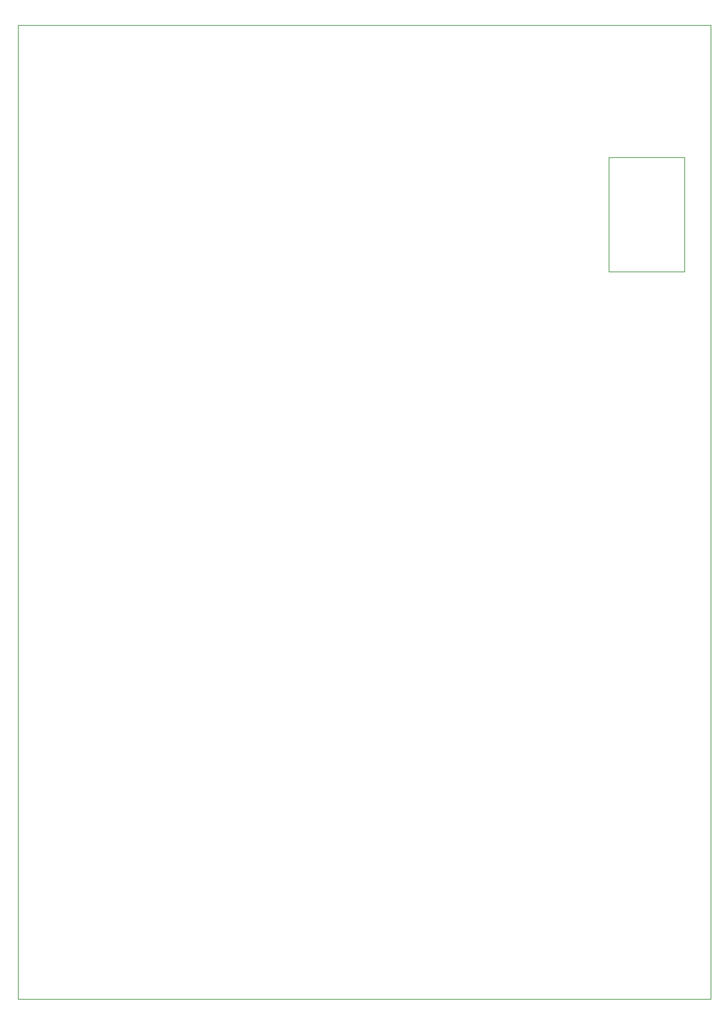
<source format=gbr>
%TF.GenerationSoftware,KiCad,Pcbnew,7.0.2*%
%TF.CreationDate,2023-06-19T12:03:48-04:00*%
%TF.ProjectId,SSI2130_Faceplate,53534932-3133-4305-9f46-616365706c61,rev?*%
%TF.SameCoordinates,Original*%
%TF.FileFunction,Profile,NP*%
%FSLAX46Y46*%
G04 Gerber Fmt 4.6, Leading zero omitted, Abs format (unit mm)*
G04 Created by KiCad (PCBNEW 7.0.2) date 2023-06-19 12:03:48*
%MOMM*%
%LPD*%
G01*
G04 APERTURE LIST*
%TA.AperFunction,Profile*%
%ADD10C,0.100000*%
%TD*%
G04 APERTURE END LIST*
D10*
X100000000Y0D02*
X191440000Y0D01*
X191440000Y-128500000D01*
X100000000Y-128500000D01*
X100000000Y0D01*
X178000000Y-17500000D02*
X188000000Y-17500000D01*
X188000000Y-32500000D01*
X178000000Y-32500000D01*
X178000000Y-17500000D01*
M02*

</source>
